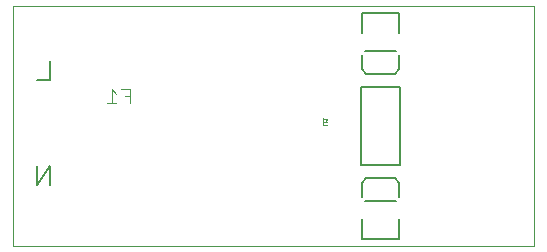
<source format=gbo>
G75*
%MOIN*%
%OFA0B0*%
%FSLAX25Y25*%
%IPPOS*%
%LPD*%
%AMOC8*
5,1,8,0,0,1.08239X$1,22.5*
%
%ADD10C,0.00000*%
%ADD11C,0.00600*%
%ADD12C,0.00800*%
%ADD13C,0.00100*%
%ADD14C,0.00400*%
D10*
X0001250Y0001250D02*
X0001250Y0081211D01*
X0174951Y0081211D01*
X0174951Y0001250D01*
X0001250Y0001250D01*
D11*
X0009180Y0021550D02*
X0009180Y0027955D01*
X0013450Y0027955D02*
X0009180Y0021550D01*
X0013450Y0021550D02*
X0013450Y0027955D01*
X0013450Y0056550D02*
X0009180Y0056550D01*
X0013450Y0056550D02*
X0013450Y0062955D01*
D12*
X0117250Y0054150D02*
X0117250Y0028350D01*
X0130250Y0028350D01*
X0130250Y0054150D01*
X0117250Y0054150D01*
X0118829Y0058514D02*
X0117648Y0060089D01*
X0117648Y0064813D01*
X0117648Y0060089D01*
X0118829Y0058514D02*
X0128474Y0058514D01*
X0129852Y0060089D01*
X0129852Y0064813D01*
X0128813Y0066352D02*
X0118589Y0066352D01*
X0117648Y0072293D02*
X0117648Y0078986D01*
X0130049Y0078986D01*
X0130049Y0072293D01*
X0128671Y0023986D02*
X0119026Y0023986D01*
X0117648Y0022411D01*
X0117648Y0017687D01*
X0118687Y0016148D02*
X0128911Y0016148D01*
X0129852Y0017687D02*
X0129852Y0022411D01*
X0129852Y0017687D01*
X0129852Y0022411D02*
X0128671Y0023986D01*
X0129852Y0010207D02*
X0129852Y0003514D01*
X0117451Y0003514D01*
X0117451Y0010207D01*
D13*
X0105951Y0041603D02*
X0104700Y0041603D01*
X0104450Y0041854D01*
X0104450Y0042354D01*
X0104700Y0042604D01*
X0105951Y0042604D01*
X0105451Y0043077D02*
X0105951Y0043577D01*
X0104450Y0043577D01*
X0104450Y0043077D02*
X0104450Y0044078D01*
D14*
X0040258Y0048950D02*
X0040258Y0053554D01*
X0037189Y0053554D01*
X0035654Y0052019D02*
X0034119Y0053554D01*
X0034119Y0048950D01*
X0032585Y0048950D02*
X0035654Y0048950D01*
X0038723Y0051252D02*
X0040258Y0051252D01*
M02*

</source>
